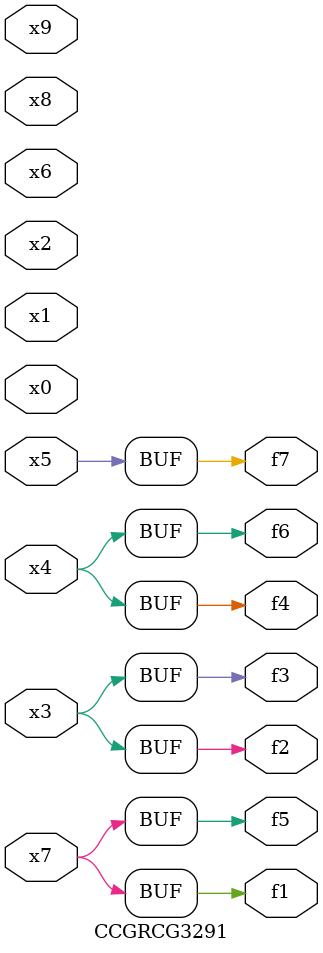
<source format=v>
module CCGRCG3291(
	input x0, x1, x2, x3, x4, x5, x6, x7, x8, x9,
	output f1, f2, f3, f4, f5, f6, f7
);
	assign f1 = x7;
	assign f2 = x3;
	assign f3 = x3;
	assign f4 = x4;
	assign f5 = x7;
	assign f6 = x4;
	assign f7 = x5;
endmodule

</source>
